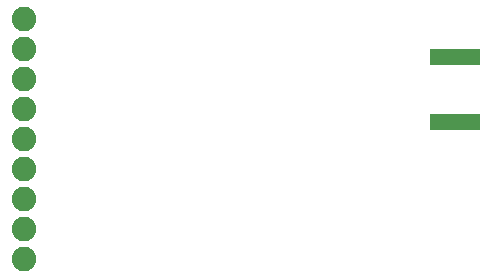
<source format=gbr>
G04 EAGLE Gerber RS-274X export*
G75*
%MOMM*%
%FSLAX34Y34*%
%LPD*%
%INSoldermask Bottom*%
%IPPOS*%
%AMOC8*
5,1,8,0,0,1.08239X$1,22.5*%
G01*
%ADD10C,2.082800*%
%ADD11R,4.303200X1.453200*%


D10*
X63500Y50800D03*
X63500Y76200D03*
X63500Y254000D03*
X63500Y228600D03*
X63500Y203200D03*
X63500Y177800D03*
X63500Y152400D03*
X63500Y127000D03*
X63500Y101600D03*
D11*
X427990Y166560D03*
X427990Y222060D03*
M02*

</source>
